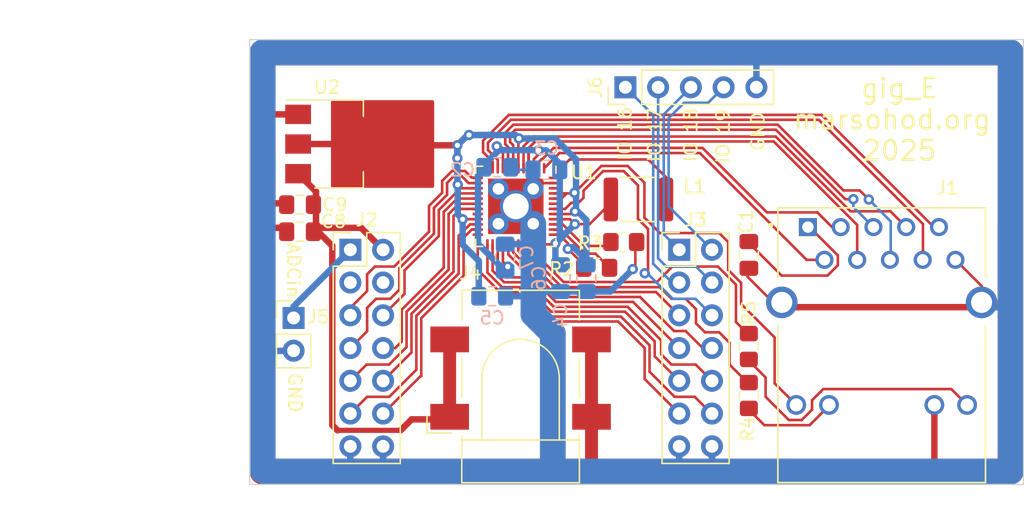
<source format=kicad_pcb>
(kicad_pcb (version 20211014) (generator pcbnew)
  (layers (0 "F.Cu" signal) (31 "B.Cu" signal) (34 "B.Paste" user) (35 "F.Paste" user) (36 "B.SilkS" user "B.Silkscreen") (37 "F.SilkS" user "F.Silkscreen") (38 "B.Mask" user) (39 "F.Mask" user) (44 "Edge.Cuts" user))
  (net 0 "")
  (net 1 "/LED0")
  (net 2 "/0+")
  (net 3 "/0-")
  (net 4 "/1+")
  (net 5 "/2+")
  (net 6 "/2-")
  (net 7 "/1-")
  (net 8 "/LED1")
  (net 9 "Net-(C1-Pad1)")
  (net 11 "/INDUCTOR")
  (net 12 "/3+")
  (net 13 "/3-")
  (net 14 "Net-(R3-Pad2)")
  (net 15 "/ANALOG_IN")
  (net 16 "+5V")
  (net 17 "Net-(R4-Pad2)")
  (net 18 "VCC")
  (net 20 "/IO0")
  (net 21 "/IO1")
  (net 22 "/IO2")
  (net 23 "/IO3")
  (net 24 "Net-(R5-Pad2)")
  (net 30 "/IO4")
  (net 31 "/IO5")
  (net 32 "/IO6")
  (net 33 "/IO7")
  (net 34 "GND")
  (net 35 "/IO18")
  (net 36 "/IO19")
  (net 37 "/IO16")
  (net 38 "/IO17")
  (net 39 "/IO14")
  (net 40 "/IO15")
  (net 41 "/IO12")
  (net 42 "/IO13")
  (net 43 "/IO10")
  (net 44 "/IO11")
  (net 45 "/IO8")
  (net 46 "/IO9")
  (net 47 "/+1v")
  (net 48 "/ENSWREG")
  (footprint "Inductor_SMD:L_1812_4532Metric" (layer "F.Cu") (at 80.1375 127.4 180)
    (fp_text reference "L1")
    (fp_text value "INDUCTOR")
  )
  (footprint "Package_TO_SOT_SMD:SOT-223" (layer "F.Cu") (at 56.9 123.1)
    (fp_text reference "U2")
    (fp_text value "LM1117-3.3")
  )
  (footprint "Connector_PinHeader_2.54mm:PinHeader_1x02_P2.54mm_Vertical" (layer "F.Cu") (at 53.4 136.585)
    (fp_text reference "J5")
    (fp_text value "Conn_01x02_Male")
  )
  (footprint "Connector_PinHeader_2.54mm:PinHeader_2x07_P2.54mm_Vertical" (layer "F.Cu") (at 57.8 131.3)
    (fp_text reference "J2")
    (fp_text value "Conn_02x07_Odd_Even")
  )
  (footprint "Package_DFN_QFN:QFN-48-1EP_6x6mm_P0.4mm_EP4.3x4.3mm" (layer "F.Cu") (at 70.63 127.93 -90)
    (fp_text reference "U1")
    (fp_text value "RTL8211D-VB-GR")
  )
  (footprint "Capacitor_SMD:C_0805_2012Metric_Pad1.18x1.45mm_HandSolder" (layer "F.Cu") (at 53.9 127.8 180)
    (fp_text reference "C9")
    (fp_text value "1uF")
  )
  (footprint "Resistor_SMD:R_0805_2012Metric_Pad1.20x1.40mm_HandSolder" (layer "F.Cu") (at 88.7 142.6 90)
    (fp_text reference "R4")
    (fp_text value "2k")
  )
  (footprint "Capacitor_SMD:C_0805_2012Metric_Pad1.18x1.45mm_HandSolder" (layer "F.Cu") (at 88.7 131.7 -90)
    (fp_text reference "C1")
    (fp_text value "1uF")
  )
  (footprint "Resistor_SMD:R_0805_2012Metric_Pad1.20x1.40mm_HandSolder" (layer "F.Cu") (at 76.9 132.7 180)
    (fp_text reference "R2")
    (fp_text value "2k")
  )
  (footprint "Capacitor_SMD:C_0805_2012Metric_Pad1.18x1.45mm_HandSolder" (layer "F.Cu") (at 53.9 129.9 180)
    (fp_text reference "C8")
    (fp_text value "1uF")
  )
  (footprint "Resistor_SMD:R_0805_2012Metric_Pad1.20x1.40mm_HandSolder" (layer "F.Cu") (at 79 130.7 180)
    (fp_text reference "R3")
    (fp_text value "2k4")
  )
  (footprint "Connector_RJ:HANRUN_HR911130A" (layer "F.Cu") (at 99 138.43 180)
    (fp_text reference "J1")
    (fp_text value "HR911130A")
  )
  (footprint "Connector_PinHeader_2.54mm:PinHeader_1x05_P2.54mm_Vertical" (layer "F.Cu") (at 79.125 118.7 90)
    (fp_text reference "J6")
    (fp_text value "Conn_01x05_Male")
  )
  (footprint "Resistor_SMD:R_0805_2012Metric_Pad1.20x1.40mm_HandSolder" (layer "F.Cu") (at 88.7 138.8 90)
    (fp_text reference "R5")
    (fp_text value "2k")
  )
  (footprint "Connector_BarrelJack:BarrelJack_CLIFF_FC681465S_SMT_Horizontal" (layer "F.Cu") (at 71 141.25 90)
    (fp_text reference "J4")
    (fp_text value "Barrel_Jack_MountingPin")
  )
  (footprint "Connector_PinHeader_2.54mm:PinHeader_2x07_P2.54mm_Vertical" (layer "F.Cu") (at 83.3 131.3)
    (fp_text reference "J3")
    (fp_text value "Conn_02x07_Odd_Even")
  )
  (footprint "Capacitor_SMD:C_0805_2012Metric_Pad1.18x1.45mm_HandSolder" (layer "B.Cu") (at 69.8 131.9 90)
    (fp_text reference "C7")
    (fp_text value "1uF")
  )
  (footprint "Capacitor_SMD:C_0805_2012Metric_Pad1.18x1.45mm_HandSolder" (layer "B.Cu") (at 73 125.1 180)
    (fp_text reference "C3")
    (fp_text value "1uF")
  )
  (footprint "Capacitor_SMD:C_0805_2012Metric_Pad1.18x1.45mm_HandSolder" (layer "B.Cu") (at 76.1 133.5 -90)
    (fp_text reference "C4")
    (fp_text value "1uF")
  )
  (footprint "Capacitor_SMD:C_0805_2012Metric_Pad1.18x1.45mm_HandSolder" (layer "B.Cu") (at 68.8 134.9)
    (fp_text reference "C5")
    (fp_text value "1uF")
  )
  (footprint "Capacitor_SMD:C_0805_2012Metric_Pad1.18x1.45mm_HandSolder" (layer "B.Cu") (at 74.1 133.5 -90)
    (fp_text reference "C6")
    (fp_text value "1uF")
  )
  (footprint "Capacitor_SMD:C_0805_2012Metric_Pad1.18x1.45mm_HandSolder" (layer "B.Cu") (at 69.2 124.9)
    (fp_text reference "C2")
    (fp_text value "1uF")
  )
  (gr_rect (start 50 115) (end 110 149.5) (layer "Edge.Cuts") (width 0.1) (fill none))
  (gr_text "IO 17" (at 81.4 122.4 -270) (layer "F.SilkS") (effects (font (size 1 1))))
  (gr_text "IO 18" (at 84.2 122.4 -270) (layer "F.SilkS") (effects (font (size 1 1))))
  (gr_text "  gig_E \nmarsohod.org\n 2025" (at 99.8 121.2) (layer "F.SilkS") (effects (font (size 1.5 1.5) (thickness 0.2))))
  (gr_text " GND" (at 53.5 142 -90) (layer "F.SilkS") (effects (font (size 1 1))))
  (gr_text "IO 19" (at 86.7 122.5 -270) (layer "F.SilkS") (effects (font (size 1 1))))
  (gr_text "IO 16" (at 79.1 122.3 -270) (layer "F.SilkS") (effects (font (size 1 1))))
  (gr_text " GND" (at 89.4 122.5 -270) (layer "F.SilkS") (effects (font (size 1 1))))
  (gr_text "ADCin" (at 53.4 132.9 -90) (layer "F.SilkS") (effects (font (size 1 1))))
  (segment (start 88.6 143.6) (end 89.9 144.9) (width 0.2) (layer "F.Cu") (net 1))
  (segment (start 93.415 144.9) (end 94.615 143.7) (width 0.2) (layer "F.Cu") (net 1))
  (segment (start 89.9 144.9) (end 93.415 144.9) (width 0.2) (layer "F.Cu") (net 1))
  (segment (start 93.18 132.08) (end 94.56 132.08) (width 0.2) (layer "F.Cu") (net 2))
  (segment (start 84.9 123.8) (end 93.18 132.08) (width 0.2) (layer "F.Cu") (net 2))
  (segment (start 74.01 123.8) (end 84.9 123.8) (width 0.2) (layer "F.Cu") (net 2))
  (segment (start 72.83 124.98) (end 74.01 123.8) (width 0.2) (layer "F.Cu") (net 2))
  (segment (start 73.561666 123.4) (end 85.1 123.4) (width 0.2) (layer "F.Cu") (net 3))
  (segment (start 72.681666 124.28) (end 73.561666 123.4) (width 0.2) (layer "F.Cu") (net 3))
  (segment (start 72.62 124.28) (end 72.681666 124.28) (width 0.2) (layer "F.Cu") (net 3))
  (segment (start 94.01 128.4) (end 95.52 129.91) (width 0.2) (layer "F.Cu") (net 3))
  (segment (start 90.1 128.4) (end 94.01 128.4) (width 0.2) (layer "F.Cu") (net 3))
  (segment (start 72.43 124.98) (end 72.43 124.47) (width 0.2) (layer "F.Cu") (net 3))
  (segment (start 85.1 123.4) (end 90.1 128.4) (width 0.2) (layer "F.Cu") (net 3))
  (segment (start 72.43 124.47) (end 72.62 124.28) (width 0.2) (layer "F.Cu") (net 3))
  (segment (start 71.63 124.98) (end 71.63 123.408334) (width 0.2) (layer "F.Cu") (net 4))
  (segment (start 97.1 129.374804) (end 90.625196 122.9) (width 0.2) (layer "F.Cu") (net 4))
  (segment (start 97.1 132.08) (end 97.1 129.374804) (width 0.2) (layer "F.Cu") (net 4))
  (segment (start 71.63 123.408334) (end 72.138334 122.9) (width 0.2) (layer "F.Cu") (net 4))
  (segment (start 90.625196 122.9) (end 72.138334 122.9) (width 0.2) (layer "F.Cu") (net 4))
  (segment (start 72.138334 122.9) (end 71.61 123.428334) (width 0.2) (layer "F.Cu") (net 4))
  (segment (start 71.61 123.428334) (end 71.61 125) (width 0.2) (layer "F.Cu") (net 4))
  (segment (start 96.1795 127.3795) (end 90.789986 121.989986) (width 0.2) (layer "F.Cu") (net 5))
  (segment (start 70.58832 121.989986) (end 90.789986 121.989986) (width 0.2) (layer "F.Cu") (net 5))
  (segment (start 70.43 124.98) (end 70.43 123.191666) (width 0.2) (layer "F.Cu") (net 5))
  (segment (start 70.189986 122.951652) (end 70.189986 122.38832) (width 0.2) (layer "F.Cu") (net 5))
  (segment (start 70.189986 122.38832) (end 70.58832 121.989986) (width 0.2) (layer "F.Cu") (net 5))
  (segment (start 70.43 123.191666) (end 70.189986 122.951652) (width 0.2) (layer "F.Cu") (net 5))
  (segment (start 96.8 127.3795) (end 96.1795 127.3795) (width 0.2) (layer "F.Cu") (net 5))
  (via (at 96.8 127.3795) (size 0.8) (drill 0.4) (layers "F.Cu" "B.Cu") (net 5))
  (segment (start 98.36 129.54) (end 96.8 127.98) (width 0.2) (layer "B.Cu") (net 5))
  (segment (start 96.8 127.98) (end 96.8 127.3795) (width 0.2) (layer "B.Cu") (net 5))
  (segment (start 90.937402 121.6) (end 70.440904 121.6) (width 0.2) (layer "F.Cu") (net 6))
  (segment (start 69.809986 122.230918) (end 69.809986 123.109054) (width 0.2) (layer "F.Cu") (net 6))
  (segment (start 70.03 123.329068) (end 70.03 124.98) (width 0.2) (layer "F.Cu") (net 6))
  (segment (start 69.809986 123.109054) (end 70.03 123.329068) (width 0.2) (layer "F.Cu") (net 6))
  (segment (start 70.440904 121.6) (end 69.809986 122.230918) (width 0.2) (layer "F.Cu") (net 6))
  (segment (start 97.3 126.7) (end 96.037402 126.7) (width 0.2) (layer "F.Cu") (net 6))
  (segment (start 96.037402 126.7) (end 90.937402 121.6) (width 0.2) (layer "F.Cu") (net 6))
  (segment (start 98 127.4) (end 97.3 126.7) (width 0.2) (layer "F.Cu") (net 6))
  (via (at 98 127.4) (size 0.8) (drill 0.4) (layers "F.Cu" "B.Cu") (net 6))
  (segment (start 98 127.4) (end 99.7 129.1) (width 0.2) (layer "B.Cu") (net 6))
  (segment (start 99.7 129.1) (end 99.7 132.09) (width 0.2) (layer "B.Cu") (net 6))
  (segment (start 99.678258 128.318258) (end 96.580856 128.318258) (width 0.2) (layer "F.Cu") (net 7))
  (segment (start 100.9 129.54) (end 99.678258 128.318258) (width 0.2) (layer "F.Cu") (net 7))
  (segment (start 96.580856 128.318258) (end 90.782598 122.52) (width 0.2) (layer "F.Cu") (net 7))
  (segment (start 90.782598 122.52) (end 71.980933 122.52) (width 0.2) (layer "F.Cu") (net 7))
  (segment (start 71.23 123.270932) (end 71.23 124.98) (width 0.2) (layer "F.Cu") (net 7))
  (segment (start 71.980933 122.52) (end 71.23 123.270932) (width 0.2) (layer "F.Cu") (net 7))
  (segment (start 92.8 144.5) (end 93.6 143.7) (width 0.2) (layer "F.Cu") (net 8))
  (segment (start 93.6 142.967146) (end 94.467146 142.1) (width 0.2) (layer "F.Cu") (net 8))
  (segment (start 94.467146 142.1) (end 104.395 142.1) (width 0.2) (layer "F.Cu") (net 8))
  (segment (start 88.6 139.8) (end 90 141.2) (width 0.2) (layer "F.Cu") (net 8))
  (segment (start 104.395 142.1) (end 105.625 143.33) (width 0.2) (layer "F.Cu") (net 8))
  (segment (start 91.8 144.5) (end 92.8 144.5) (width 0.2) (layer "F.Cu") (net 8))
  (segment (start 93.6 143.7) (end 93.6 142.967146) (width 0.2) (layer "F.Cu") (net 8))
  (segment (start 90 141.2) (end 90 142.7) (width 0.2) (layer "F.Cu") (net 8))
  (segment (start 90 142.7) (end 91.8 144.5) (width 0.2) (layer "F.Cu") (net 8))
  (segment (start 94.8 133.3) (end 91.2375 133.3) (width 0.2) (layer "F.Cu") (net 9))
  (segment (start 95.6 131.735484) (end 95.6 132.5) (width 0.2) (layer "F.Cu") (net 9))
  (segment (start 92.98 129.91) (end 93.774516 129.91) (width 0.2) (layer "F.Cu") (net 9))
  (segment (start 91.2375 133.3) (end 88.6 130.6625) (width 0.2) (layer "F.Cu") (net 9))
  (segment (start 95.6 132.5) (end 94.8 133.3) (width 0.2) (layer "F.Cu") (net 9))
  (segment (start 93.774516 129.91) (end 95.6 131.735484) (width 0.2) (layer "F.Cu") (net 9))
  (segment (start 74.8 124.3) (end 80.9 124.3) (width 0.2) (layer "F.Cu") (net 11))
  (segment (start 73.58 125.73) (end 73.58 125.52) (width 0.2) (layer "F.Cu") (net 11))
  (segment (start 73.58 125.52) (end 74.8 124.3) (width 0.2) (layer "F.Cu") (net 11))
  (segment (start 82.275 125.675) (end 82.275 127.4) (width 0.2) (layer "F.Cu") (net 11))
  (segment (start 80.9 124.3) (end 82.275 125.675) (width 0.2) (layer "F.Cu") (net 11))
  (segment (start 69.23 124.33) (end 68.47155 123.57155) (width 0.2) (layer "F.Cu") (net 12))
  (segment (start 68.47155 123.57155) (end 68.47155 122.995266) (width 0.2) (layer "F.Cu") (net 12))
  (segment (start 70.246816 121.22) (end 94.12 121.22) (width 0.2) (layer "F.Cu") (net 12))
  (segment (start 68.47155 122.995266) (end 70.246816 121.22) (width 0.2) (layer "F.Cu") (net 12))
  (segment (start 69.23 124.98) (end 69.23 124.33) (width 0.2) (layer "F.Cu") (net 12))
  (segment (start 102.2 129.3) (end 102.2 132.13) (width 0.2) (layer "F.Cu") (net 12))
  (segment (start 94.12 121.22) (end 102.2 129.3) (width 0.2) (layer "F.Cu") (net 12))
  (segment (start 68.09155 122.837865) (end 70.089415 120.84) (width 0.2) (layer "F.Cu") (net 13))
  (segment (start 94.34 120.84) (end 102.8 129.3) (width 0.2) (layer "F.Cu") (net 13))
  (segment (start 68.83 124.98) (end 68.83 124.467402) (width 0.2) (layer "F.Cu") (net 13))
  (segment (start 68.83 124.467402) (end 68.09155 123.728952) (width 0.2) (layer "F.Cu") (net 13))
  (segment (start 68.09155 123.728952) (end 68.09155 122.837865) (width 0.2) (layer "F.Cu") (net 13))
  (segment (start 70.089415 120.84) (end 94.34 120.84) (width 0.2) (layer "F.Cu") (net 13))
  (segment (start 73.58 129.33) (end 74.267402 129.33) (width 0.2) (layer "F.Cu") (net 14))
  (segment (start 75.937402 131) (end 77.6 131) (width 0.2) (layer "F.Cu") (net 14))
  (segment (start 74.267402 129.33) (end 75.937402 131) (width 0.2) (layer "F.Cu") (net 14))
  (segment (start 57.8 131.3) (end 53.4 135.7) (width 0.5) (layer "B.Cu") (net 15))
  (segment (start 53.4 135.7) (end 53.4 136.585) (width 0.5) (layer "B.Cu") (net 15))
  (segment (start 62.55 144.45) (end 65.5 144.45) (width 0.5) (layer "F.Cu") (net 16))
  (segment (start 58.64 129.6) (end 60.34 131.3) (width 0.5) (layer "F.Cu") (net 16))
  (segment (start 55.1375 129.6) (end 58.64 129.6) (width 0.5) (layer "F.Cu") (net 16))
  (segment (start 56.8 145.3) (end 61.7 145.3) (width 0.4) (layer "F.Cu") (net 16))
  (segment (start 55.1375 129.6) (end 55.1375 129.7375) (width 0.5) (layer "F.Cu") (net 16))
  (segment (start 53.75 125.4) (end 55.1375 126.7875) (width 0.5) (layer "F.Cu") (net 16))
  (segment (start 56.4 131) (end 56.4 144.9) (width 0.5) (layer "F.Cu") (net 16))
  (segment (start 65.5 138.45) (end 65.5 144.45) (width 1) (layer "F.Cu") (net 16))
  (segment (start 61.7 145.3) (end 62.55 144.45) (width 0.5) (layer "F.Cu") (net 16))
  (segment (start 55.1375 129.7375) (end 56.4 131) (width 0.5) (layer "F.Cu") (net 16))
  (segment (start 55.1375 127.7) (end 55.1375 129.6) (width 0.5) (layer "F.Cu") (net 16))
  (segment (start 56.4 144.9) (end 56.8 145.3) (width 0.5) (layer "F.Cu") (net 16))
  (segment (start 55.1375 126.7875) (end 55.1375 127.7) (width 0.5) (layer "F.Cu") (net 16))
  (segment (start 82.7 135.1) (end 83.8 135.1) (width 0.2) (layer "F.Cu") (net 17))
  (segment (start 87.2 138.5) (end 87.2 140.2) (width 0.2) (layer "F.Cu") (net 17))
  (segment (start 84.6 137) (end 85.3 137.7) (width 0.2) (layer "F.Cu") (net 17))
  (segment (start 72.03 130.88) (end 72.03 132.032597) (width 0.2) (layer "F.Cu") (net 17))
  (segment (start 84.6 135.9) (end 84.6 137) (width 0.2) (layer "F.Cu") (net 17))
  (segment (start 72.03 132.032597) (end 74.197403 134.2) (width 0.2) (layer "F.Cu") (net 17))
  (segment (start 87.2 140.2) (end 88.6 141.6) (width 0.2) (layer "F.Cu") (net 17))
  (segment (start 85.3 137.7) (end 86.4 137.7) (width 0.2) (layer "F.Cu") (net 17))
  (segment (start 83.8 135.1) (end 84.6 135.9) (width 0.2) (layer "F.Cu") (net 17))
  (segment (start 81.8 134.2) (end 82.7 135.1) (width 0.2) (layer "F.Cu") (net 17))
  (segment (start 86.4 137.7) (end 87.2 138.5) (width 0.2) (layer "F.Cu") (net 17))
  (segment (start 74.197403 134.2) (end 81.8 134.2) (width 0.2) (layer "F.Cu") (net 17))
  (segment (start 79.3 124.8) (end 80.6 126.1) (width 0.2) (layer "F.Cu") (net 18))
  (segment (start 66.1 123.2) (end 66.9 122.4) (width 0.5) (layer "F.Cu") (net 18))
  (segment (start 73.58 128.53) (end 75.020497 128.53) (width 0.2) (layer "F.Cu") (net 18))
  (segment (start 58.3 123.1) (end 53.75 123.1) (width 0.5) (layer "F.Cu") (net 18))
  (segment (start 90.7 141.655) (end 92.375 143.33) (width 0.2) (layer "F.Cu") (net 18))
  (segment (start 73.58 126.93) (end 74.57 126.93) (width 0.2) (layer "F.Cu") (net 18))
  (segment (start 74.66952 131.23048) (end 74.66952 130.806922) (width 0.2) (layer "F.Cu") (net 18))
  (segment (start 74.57 126.93) (end 75.132598 126.93) (width 0.2) (layer "F.Cu") (net 18))
  (segment (start 66.6 129) (end 66.535119 128.935119) (width 0.2) (layer "F.Cu") (net 18))
  (segment (start 61.7 123.2) (end 61.7 125.6) (width 0.5) (layer "F.Cu") (net 18))
  (segment (start 90.7 138.1) (end 90.7 141.655) (width 0.2) (layer "F.Cu") (net 18))
  (segment (start 75.181299 126.881299) (end 77.262598 124.8) (width 0.2) (layer "F.Cu") (net 18))
  (segment (start 88.1 133.862598) (end 88.1 135.5) (width 0.2) (layer "F.Cu") (net 18))
  (segment (start 75.9 132.7) (end 75.9 132.46096) (width 0.2) (layer "F.Cu") (net 18))
  (segment (start 67.68 128.93) (end 66.67 128.93) (width 0.2) (layer "F.Cu") (net 18))
  (segment (start 75.020497 128.53) (end 75.218885 128.331612) (width 0.2) (layer "F.Cu") (net 18))
  (segment (start 87.1 132.862598) (end 88.1 133.862598) (width 0.2) (layer "F.Cu") (net 18))
  (segment (start 80.6 126.1) (end 80.6 128.8) (width 0.2) (layer "F.Cu") (net 18))
  (segment (start 87.1 130.7) (end 87.1 132.862598) (width 0.2) (layer "F.Cu") (net 18))
  (segment (start 80.6 128.8) (end 81.8 130) (width 0.2) (layer "F.Cu") (net 18))
  (segment (start 74.66952 130.806922) (end 73.992598 130.13) (width 0.2) (layer "F.Cu") (net 18))
  (segment (start 70.83 122.709972) (end 70.83 124.98) (width 0.2) (layer "F.Cu") (net 18))
  (segment (start 66.406426 126.53) (end 67.68 126.53) (width 0.2) (layer "F.Cu") (net 18))
  (segment (start 88.1 135.5) (end 90.7 138.1) (width 0.2) (layer "F.Cu") (net 18))
  (segment (start 81.8 130) (end 86.4 130) (width 0.2) (layer "F.Cu") (net 18))
  (segment (start 75.132598 126.93) (end 75.181299 126.881299) (width 0.2) (layer "F.Cu") (net 18))
  (segment (start 61.7 123.2) (end 66.1 123.2) (width 0.5) (layer "F.Cu") (net 18))
  (segment (start 66.1 123.2) (end 66.1 124.2) (width 0.5) (layer "F.Cu") (net 18))
  (segment (start 58.4 125.6) (end 58.4 123.2) (width 0.5) (layer "F.Cu") (net 18))
  (segment (start 66.67 128.93) (end 66.6 129) (width 0.2) (layer "F.Cu") (net 18))
  (segment (start 77.262598 124.8) (end 79.3 124.8) (width 0.2) (layer "F.Cu") (net 18))
  (segment (start 66.126926 126.2505) (end 66.406426 126.53) (width 0.2) (layer "F.Cu") (net 18))
  (segment (start 74.17 127.33) (end 74.57 126.93) (width 0.2) (layer "F.Cu") (net 18))
  (segment (start 58.4 123.2) (end 58.3 123.1) (width 0.5) (layer "F.Cu") (net 18))
  (segment (start 75.9 132.46096) (end 74.66952 131.23048) (width 0.2) (layer "F.Cu") (net 18))
  (segment (start 66.535119 128.935119) (end 66.50983 128.935119) (width 0.2) (layer "F.Cu") (net 18))
  (segment (start 86.4 130) (end 87.1 130.7) (width 0.2) (layer "F.Cu") (net 18))
  (segment (start 70.869986 122.669986) (end 70.83 122.709972) (width 0.2) (layer "F.Cu") (net 18))
  (segment (start 73.58 127.33) (end 74.17 127.33) (width 0.2) (layer "F.Cu") (net 18))
  (segment (start 73.992598 130.13) (end 73.58 130.13) (width 0.2) (layer "F.Cu") (net 18))
  (segment (start 61.7 125.6) (end 58.4 125.6) (width 0.5) (layer "F.Cu") (net 18))
  (via (at 66.1 123.2) (size 0.8) (drill 0.4) (layers "F.Cu" "B.Cu") (net 18))
  (via (at 75.218885 128.331612) (size 0.8) (drill 0.4) (layers "F.Cu" "B.Cu") (net 18))
  (via (at 66.1 124.2) (size 0.8) (drill 0.4) (layers "F.Cu" "B.Cu") (net 18))
  (via (at 75.181299 126.881299) (size 0.8) (drill 0.4) (layers "F.Cu" "B.Cu") (net 18))
  (via (at 66.126926 126.2505) (size 0.8) (drill 0.4) (layers "F.Cu" "B.Cu") (net 18))
  (via (at 74.66952 131.23048) (size 0.8) (drill 0.4) (layers "F.Cu" "B.Cu") (net 18))
  (via (at 66.50983 128.935119) (size 0.8) (drill 0.4) (layers "F.Cu" "B.Cu") (net 18))
  (via (at 70.869986 122.669986) (size 0.8) (drill 0.4) (layers "F.Cu" "B.Cu") (net 18))
  (via (at 67 122.4) (size 0.8) (drill 0.4) (layers "F.Cu" "B.Cu") (net 18))
  (segment (start 66.126926 128.552215) (end 66.50983 128.935119) (width 0.5) (layer "B.Cu") (net 18))
  (segment (start 75.431612 128.331612) (end 75.218885 128.331612) (width 0.5) (layer "B.Cu") (net 18))
  (segment (start 75.1 131.1) (end 74.8 131.1) (width 0.5) (layer "B.Cu") (net 18))
  (segment (start 66.9 122.4) (end 70.6 122.4) (width 0.5) (layer "B.Cu") (net 18))
  (segment (start 70.6 122.4) (end 70.869986 122.669986) (width 0.5) (layer "B.Cu") (net 18))
  (segment (start 66.1 126.223574) (end 66.126926 126.2505) (width 0.5) (layer "B.Cu") (net 18))
  (segment (start 76.1 132.4625) (end 76.1 129) (width 0.5) (layer "B.Cu") (net 18))
  (segment (start 71.669986 122.669986) (end 70.869986 122.669986) (width 0.5) (layer "B.Cu") (net 18))
  (segment (start 74.8 131.1) (end 74.66952 131.23048) (width 0.5) (layer "B.Cu") (net 18))
  (segment (start 73.669986 122.669986) (end 71.669986 122.669986) (width 0.5) (layer "B.Cu") (net 18))
  (segment (start 75.3 128.250497) (end 75.3 124.3) (width 0.5) (layer "B.Cu") (net 18))
  (segment (start 66.50983 130.90983) (end 66.50983 128.935119) (width 0.5) (layer "B.Cu") (net 18))
  (segment (start 66.1 124.1) (end 66.1 126.223574) (width 0.5) (layer "B.Cu") (net 18))
  (segment (start 76.1 132.1) (end 75.1 131.1) (width 0.5) (layer "B.Cu") (net 18))
  (segment (start 66.1 123.2) (end 66.9 122.4) (width 0.5) (layer "B.Cu") (net 18))
  (segment (start 76.1 129) (end 75.431612 128.331612) (width 0.5) (layer "B.Cu") (net 18))
  (segment (start 67.7625 134.9) (end 67.7625 132.1625) (width 0.5) (layer "B.Cu") (net 18))
  (segment (start 67.7625 132.1625) (end 66.50983 130.90983) (width 0.5) (layer "B.Cu") (net 18))
  (segment (start 76.1 132.4625) (end 76.1 132.1) (width 0.5) (layer "B.Cu") (net 18))
  (segment (start 66.1 123.2) (end 66.1 124.1) (width 0.5) (layer "B.Cu") (net 18))
  (segment (start 66.126926 128.552215) (end 66.126926 126.2505) (width 0.5) (layer "B.Cu") (net 18))
  (segment (start 75.218885 128.331612) (end 75.3 128.250497) (width 0.5) (layer "B.Cu") (net 18))
  (segment (start 75.3 124.3) (end 73.669986 122.669986) (width 0.5) (layer "B.Cu") (net 18))
  (segment (start 67.2 125.7) (end 66.6905 125.1905) (width 0.2) (layer "F.Cu") (net 20))
  (segment (start 67.65 125.7) (end 67.2 125.7) (width 0.2) (layer "F.Cu") (net 20))
  (segment (start 63.9 129.9) (end 61.2 132.6) (width 0.2) (layer "F.Cu") (net 20))
  (segment (start 65.687858 125.1905) (end 64.92 125.958359) (width 0.2) (layer "F.Cu") (net 20))
  (segment (start 57.8 135.8) (end 57.8 136.38) (width 0.2) (layer "F.Cu") (net 20))
  (segment (start 63.9 127.896275) (end 63.9 129.9) (width 0.2) (layer "F.Cu") (net 20))
  (segment (start 59.701938 132.6) (end 59.1 133.201938) (width 0.2) (layer "F.Cu") (net 20))
  (segment (start 64.92 126.876275) (end 63.9 127.896275) (width 0.2) (layer "F.Cu") (net 20))
  (segment (start 64.92 125.958359) (end 64.92 126.876275) (width 0.2) (layer "F.Cu") (net 20))
  (segment (start 61.2 132.6) (end 59.701938 132.6) (width 0.2) (layer "F.Cu") (net 20))
  (segment (start 59.1 134.5) (end 57.8 135.8) (width 0.2) (layer "F.Cu") (net 20))
  (segment (start 59.1 133.201938) (end 59.1 134.5) (width 0.2) (layer "F.Cu") (net 20))
  (segment (start 66.6905 125.1905) (end 65.687858 125.1905) (width 0.2) (layer "F.Cu") (net 20))
  (segment (start 67.68 125.73) (end 67.65 125.7) (width 0.2) (layer "F.Cu") (net 20))
  (segment (start 67.68 126.93) (end 65.941079 126.93) (width 0.2) (layer "F.Cu") (net 21))
  (segment (start 64.66 130.24) (end 62 132.9) (width 0.2) (layer "F.Cu") (net 21))
  (segment (start 62 134.72) (end 60.34 136.38) (width 0.2) (layer "F.Cu") (net 21))
  (segment (start 62 132.9) (end 62 134.72) (width 0.2) (layer "F.Cu") (net 21))
  (segment (start 64.66 128.211079) (end 64.66 130.24) (width 0.2) (layer "F.Cu") (net 21))
  (segment (start 65.941079 126.93) (end 64.66 128.211079) (width 0.2) (layer "F.Cu") (net 21))
  (segment (start 66.968092 126.13) (end 66.408592 125.5705) (width 0.2) (layer "F.Cu") (net 22))
  (segment (start 65.3 126.11576) (end 65.3 127.033677) (width 0.2) (layer "F.Cu") (net 22))
  (segment (start 61.6 132.737402) (end 61.6 134.4) (width 0.2) (layer "F.Cu") (net 22))
  (segment (start 60.9 135.1) (end 59.8 135.1) (width 0.2) (layer "F.Cu") (net 22))
  (segment (start 64.28 128.053678) (end 64.28 130.057402) (width 0.2) (layer "F.Cu") (net 22))
  (segment (start 59.1 135.8) (end 59.1 137.62) (width 0.2) (layer "F.Cu") (net 22))
  (segment (start 61.6 134.4) (end 60.9 135.1) (width 0.2) (layer "F.Cu") (net 22))
  (segment (start 59.8 135.1) (end 59.1 135.8) (width 0.2) (layer "F.Cu") (net 22))
  (segment (start 64.28 130.057402) (end 61.6 132.737402) (width 0.2) (layer "F.Cu") (net 22))
  (segment (start 66.408592 125.5705) (end 65.84526 125.5705) (width 0.2) (layer "F.Cu") (net 22))
  (segment (start 59.1 137.62) (end 57.8 138.92) (width 0.2) (layer "F.Cu") (net 22))
  (segment (start 65.3 127.033677) (end 64.28 128.053678) (width 0.2) (layer "F.Cu") (net 22))
  (segment (start 65.84526 125.5705) (end 65.3 126.11576) (width 0.2) (layer "F.Cu") (net 22))
  (segment (start 67.68 126.13) (end 66.968092 126.13) (width 0.2) (layer "F.Cu") (net 22))
  (segment (start 61.78 135.947794) (end 61.78 138.42) (width 0.2) (layer "F.Cu") (net 23))
  (segment (start 65.04 132.687794) (end 61.78 135.947794) (width 0.2) (layer "F.Cu") (net 23))
  (segment (start 61.78 138.42) (end 61.28 138.92) (width 0.2) (layer "F.Cu") (net 23))
  (segment (start 67.68 127.33) (end 66.07848 127.33) (width 0.2) (layer "F.Cu") (net 23))
  (segment (start 66.07848 127.33) (end 65.04 128.36848) (width 0.2) (layer "F.Cu") (net 23))
  (segment (start 61.28 138.92) (end 60.34 138.92) (width 0.2) (layer "F.Cu") (net 23))
  (segment (start 65.04 128.36848) (end 65.04 132.687794) (width 0.2) (layer "F.Cu") (net 23))
  (segment (start 81.570969 133.8) (end 82.770969 132.6) (width 0.2) (layer "F.Cu") (net 24))
  (segment (start 87.7 134) (end 87.7 136.9) (width 0.2) (layer "F.Cu") (net 24))
  (segment (start 72.43 130.88) (end 72.43 131.895195) (width 0.2) (layer "F.Cu") (net 24))
  (segment (start 82.770969 132.6) (end 86.3 132.6) (width 0.2) (layer "F.Cu") (net 24))
  (segment (start 87.7 136.9) (end 88.6 137.8) (width 0.2) (layer "F.Cu") (net 24))
  (segment (start 72.43 131.895195) (end 74.334805 133.8) (width 0.2) (layer "F.Cu") (net 24))
  (segment (start 74.334805 133.8) (end 81.570969 133.8) (width 0.2) (layer "F.Cu") (net 24))
  (segment (start 86.3 132.6) (end 87.7 134) (width 0.2) (layer "F.Cu") (net 24))
  (segment (start 67.68 127.73) (end 66.215881 127.73) (width 0.2) (layer "F.Cu") (net 30))
  (segment (start 59.06 140.2) (end 57.8 141.46) (width 0.2) (layer "F.Cu") (net 30))
  (segment (start 62.16 138.84) (end 60.8 140.2) (width 0.2) (layer "F.Cu") (net 30))
  (segment (start 60.8 140.2) (end 59.06 140.2) (width 0.2) (layer "F.Cu") (net 30))
  (segment (start 65.42 132.845196) (end 62.16 136.105196) (width 0.2) (layer "F.Cu") (net 30))
  (segment (start 62.16 136.105196) (end 62.16 138.84) (width 0.2) (layer "F.Cu") (net 30))
  (segment (start 66.215881 127.73) (end 65.42 128.525881) (width 0.2) (layer "F.Cu") (net 30))
  (segment (start 65.42 128.525881) (end 65.42 132.845196) (width 0.2) (layer "F.Cu") (net 30))
  (segment (start 67.68 128.13) (end 66.353283 128.13) (width 0.2) (layer "F.Cu") (net 31))
  (segment (start 62.54 136.262598) (end 62.54 139.26) (width 0.2) (layer "F.Cu") (net 31))
  (segment (start 62.54 139.26) (end 60.34 141.46) (width 0.2) (layer "F.Cu") (net 31))
  (segment (start 65.8 133.002598) (end 62.54 136.262598) (width 0.2) (layer "F.Cu") (net 31))
  (segment (start 65.8 128.683283) (end 65.8 133.002598) (width 0.2) (layer "F.Cu") (net 31))
  (segment (start 66.353283 128.13) (end 65.8 128.683283) (width 0.2) (layer "F.Cu") (net 31))
  (segment (start 66.2 130.205908) (end 66.2 133.14) (width 0.2) (layer "F.Cu") (net 32))
  (segment (start 62.92 140.6) (end 60.82 142.7) (width 0.2) (layer "F.Cu") (net 32))
  (segment (start 62.92 136.42) (end 62.92 140.6) (width 0.2) (layer "F.Cu") (net 32))
  (segment (start 60.82 142.7) (end 59.1 142.7) (width 0.2) (layer "F.Cu") (net 32))
  (segment (start 66.2 133.14) (end 62.92 136.42) (width 0.2) (layer "F.Cu") (net 32))
  (segment (start 59.1 142.7) (end 57.8 144) (width 0.2) (layer "F.Cu") (net 32))
  (segment (start 67.68 129.33) (end 67.075908 129.33) (width 0.2) (layer "F.Cu") (net 32))
  (segment (start 67.075908 129.33) (end 66.2 130.205908) (width 0.2) (layer "F.Cu") (net 32))
  (segment (start 66.58 133.32) (end 63.3 136.6) (width 0.2) (layer "F.Cu") (net 33))
  (segment (start 63.24 141.1) (end 60.34 144) (width 0.2) (layer "F.Cu") (net 33))
  (segment (start 66.58 130.36331) (end 66.58 133.32) (width 0.2) (layer "F.Cu") (net 33))
  (segment (start 63.3 136.6) (end 63.3 141.1) (width 0.2) (layer "F.Cu") (net 33))
  (segment (start 67.68 129.73) (end 67.21331 129.73) (width 0.2) (layer "F.Cu") (net 33))
  (segment (start 67.21331 129.73) (end 66.58 130.36331) (width 0.2) (layer "F.Cu") (net 33))
  (segment (start 63.3 141.1) (end 63.24 141.1) (width 0.2) (layer "F.Cu") (net 33))
  (segment (start 90.955 135.75) (end 106.445 135.75) (width 0.5) (layer "F.Cu") (net 34))
  (segment (start 51 116) (end 109 116) (width 2) (layer "F.Cu") (net 34))
  (segment (start 73.58 126.13) (end 72.43 126.13) (width 0.2) (layer "F.Cu") (net 34))
  (segment (start 109 148.5) (end 109 129.4) (width 2) (layer "F.Cu") (net 34))
  (segment (start 104.72 132.08) (end 106.745 134.105) (width 0.2) (layer "F.Cu") (net 34))
  (segment (start 88.6 133.395) (end 90.955 135.75) (width 0.2) (layer "F.Cu") (net 34))
  (segment (start 103.085 148.285) (end 103.3 148.5) (width 0.5) (layer "F.Cu") (net 34))
  (segment (start 79.9 132.6) (end 79.7 132.8) (width 0.2) (layer "F.Cu") (net 34))
  (segment (start 51.1 120.8) (end 51 120.9) (width 0.5) (layer "F.Cu") (net 34))
  (segment (start 76.5 138.45) (end 76.5 144.45) (width 1) (layer "F.Cu") (net 34))
  (segment (start 106.745 134.105) (end 106.745 135.45) (width 0.2) (layer "F.Cu") (net 34))
  (segment (start 85.84 148.36) (end 85.7 148.5) (width 0.5) (layer "F.Cu") (net 34))
  (segment (start 60.6 148.5) (end 76.5 148.5) (width 2) (layer "F.Cu") (net 34))
  (segment (start 103.3 148.5) (end 109 148.5) (width 2) (layer "F.Cu") (net 34))
  (segment (start 79.9 131) (end 79.9 132.6) (width 0.2) (layer "F.Cu") (net 34))
  (segment (start 72.43 126.13) (end 71.98 126.58) (width 0.2) (layer "F.Cu") (net 34))
  (segment (start 51.6 129.6) (end 51 130.2) (width 0.5) (layer "F.Cu") (net 34))
  (segment (start 76.5 148.5) (end 83.2 148.5) (width 2) (layer "F.Cu") (net 34))
  (segment (start 53.75 120.8) (end 51.1 120.8) (width 0.5) (layer "F.Cu") (net 34))
  (segment (start 76.5 144.45) (end 76.5 148.5) (width 1) (layer "F.Cu") (net 34))
  (segment (start 103.085 143.33) (end 103.085 148.285) (width 0.5) (layer "F.Cu") (net 34))
  (segment (start 51 130.2) (end 51 127.2) (width 2) (layer "F.Cu") (net 34))
  (segment (start 85.7 148.5) (end 103.3 148.5) (width 2) (layer "F.Cu") (net 34))
  (segment (start 88.6 133.395) (end 88.6 132.7375) (width 0.2) (layer "F.Cu") (net 34))
  (segment (start 60.34 148.24) (end 60.6 148.5) (width 0.5) (layer "F.Cu") (net 34))
  (segment (start 53.0625 129.6) (end 51.6 129.6) (width 0.5) (layer "F.Cu") (net 34))
  (segment (start 106.445 135.75) (end 108.75 135.75) (width 0.5) (layer "F.Cu") (net 34))
  (segment (start 57.8 146.54) (end 57.8 148.5) (width 0.5) (layer "F.Cu") (net 34))
  (segment (start 60.34 146.54) (end 60.34 148.24) (width 0.5) (layer "F.Cu") (net 34))
  (segment (start 51 120.9) (end 51 116) (width 2) (layer "F.Cu") (net 34))
  (segment (start 83.2 148.5) (end 85.7 148.5) (width 2) (layer "F.Cu") (net 34))
  (segment (start 51 148.5) (end 57.8 148.5) (width 2) (layer "F.Cu") (net 34))
  (segment (start 83.3 146.54) (end 83.3 148.4) (width 0.5) (layer "F.Cu") (net 34))
  (segment (start 53.0625 127.7) (end 51.5 127.7) (width 0.5) (layer "F.Cu") (net 34))
  (segment (start 106.745 135.45) (end 106.445 135.75) (width 0.2) (layer "F.Cu") (net 34))
  (segment (start 109 116) (end 109 129.4) (width 2) (layer "F.Cu") (net 34))
  (segment (start 51 127.2) (end 51 123.8) (width 2) (layer "F.Cu") (net 34))
  (segment (start 51.5 127.7) (end 51 127.2) (width 0.5) (layer "F.Cu") (net 34))
  (segment (start 51 123.8) (end 51 148.5) (width 2) (layer "F.Cu") (net 34))
  (segment (start 57.8 148.5) (end 60.6 148.5) (width 2) (layer "F.Cu") (net 34))
  (segment (start 109 129.4) (end 109 135.5) (width 2) (layer "F.Cu") (net 34))
  (segment (start 51 123.8) (end 51 120.9) (width 2) (layer "F.Cu") (net 34))
  (segment (start 85.84 146.54) (end 85.84 148.36) (width 0.5) (layer "F.Cu") (net 34))
  (segment (start 83.3 148.4) (end 83.2 148.5) (width 0.5) (layer "F.Cu") (net 34))
  (segment (start 108.75 135.75) (end 109 135.5) (width 0.2) (layer "F.Cu") (net 34))
  (via (at 79.7 132.8) (size 0.8) (drill 0.4) (layers "F.Cu" "B.Cu") (net 34))
  (segment (start 71.7 134.9) (end 72 134.6) (width 0.5) (layer "B.Cu") (net 34))
  (segment (start 108.95 135.75) (end 106.445 135.75) (width 0.5) (layer "B.Cu") (net 34))
  (segment (start 60.34 146.54) (end 60.34 148.24) (width 0.5) (layer "B.Cu") (net 34))
  (segment (start 70.3375 125.1) (end 70.2375 125) (width 0.2) (layer "B.Cu") (net 34))
  (segment (start 71.518542 130.8625) (end 71.98 131.323958) (width 0.5) (layer "B.Cu") (net 34))
  (segment (start 83.3 148) (end 83.8 148.5) (width 0.5) (layer "B.Cu") (net 34))
  (segment (start 109 116) (end 89.5 116) (width 2) (layer "B.Cu") (net 34))
  (segment (start 73.5 137.8) (end 72 136.3) (width 2) (layer "B.Cu") (net 34))
  (segment (start 51.1 148.4) (end 51.2 148.5) (width 2) (layer "B.Cu") (net 34))
  (segment (start 76.1 134.5375) (end 74.1 134.5375) (width 0.5) (layer "B.Cu") (net 34))
  (segment (start 71.98 125.1175) (end 71.9625 125.1) (width 0.2) (layer "B.Cu") (net 34))
  (segment (start 51.2 148.5) (end 58.5 148.5) (width 2) (layer "B.Cu") (net 34))
  (segment (start 72 136.3) (end 72 134.6) (width 2) (layer "B.Cu") (net 34))
  (segment (start 70.63 127.93) (end 71.98 126.58) (width 0.5) (layer "B.Cu") (net 34))
  (segment (start 77.9625 134.5375) (end 79.7 132.8) (width 0.5) (layer "B.Cu") (net 34))
  (segment (start 71.98 126.58) (end 71.98 125.1175) (width 0.2) (layer "B.Cu") (net 34))
  (segment (start 89.5 116) (end 51.1 116) (width 2) (layer "B.Cu") (net 34))
  (segment (start 57.8 147.8) (end 58.5 148.5) (width 0.5) (layer "B.Cu") (net 34))
  (segment (start 71.98 131.323958) (end 71.98 129.28) (width 2) (layer "B.Cu") (net 34))
  (segment (start 70.63 127.93) (end 71.98 129.28) (width 0.5) (layer "B.Cu") (net 34))
  (segment (start 89.285 116.215) (end 89.5 116) (width 0.5) (layer "B.Cu") (net 34))
  (segment (start 74.1 134.5375) (end 72.0625 134.5375) (width 0.5) (layer "B.Cu") (net 34))
  (segment (start 85.84 146.54) (end 85.84 148.14) (width 0.5) (layer "B.Cu") (net 34))
  (segment (start 73.5 148.2) (end 73.2 148.5) (width 2) (layer "B.Cu") (net 34))
  (segment (start 86.2 148.5) (end 91.6 148.5) (width 2) (layer "B.Cu") (net 34))
  (segment (start 91.6 148.5) (end 109 148.5) (width 2) (layer "B.Cu") (net 34))
  (segment (start 72.0625 134.5375) (end 72 134.6) (width 0.5) (layer "B.Cu") (net 34))
  (segment (start 57.8 146.54) (end 57.8 147.8) (width 0.5) (layer "B.Cu") (net 34))
  (segment (start 85.84 148.14) (end 86.2 148.5) (width 0.5) (layer "B.Cu") (net 34))
  (segment (start 72 134.6) (end 72 131.343958) (width 2) (layer "B.Cu") (net 34))
  (segment (start 76.1 134.5375) (end 77.9625 134.5375) (width 0.5) (layer "B.Cu") (net 34))
  (segment (start 60.34 148.24) (end 60.6 148.5) (width 0.5) (layer "B.Cu") (net 34))
  (segment (start 58.5 148.5) (end 60.6 148.5) (width 2) (layer "B.Cu") (net 34))
  (segment (start 83.3 146.54) (end 83.3 148) (width 0.5) (layer "B.Cu") (net 34))
  (segment (start 54 139.14) (end 51.14 139.14) (width 0.5) (layer "B.Cu") (net 34))
  (segment (start 69.28 126.58) (end 70.63 127.93) (width 0.5) (layer "B.Cu") (net 34))
  (segment (start 109 148.5) (end 109 135.8) (width 2) (layer "B.Cu") (net 34))
  (segment (start 51.14 139.14) (end 51 139) (width 0.5) (layer "B.Cu") (net 34))
  (segment (start 109 135.8) (end 109 116) (width 2) (layer "B.Cu") (net 34))
  (segment (start 109 135.8) (end 108.95 135.75) (width 2) (layer "B.Cu") (net 34))
  (segment (start 51 139) (end 51 148.4) (width 2) (layer "B.Cu") (net 34))
  (segment (start 83.8 148.5) (end 86.2 148.5) (width 2) (layer "B.Cu") (net 34))
  (segment (start 73.2 148.5) (end 83.8 148.5) (width 2) (layer "B.Cu") (net 34))
  (segment (start 89.285 118.7) (end 89.285 116.215) (width 0.5) (layer "B.Cu") (net 34))
  (segment (start 72 131.343958) (end 71.98 131.323958) (width 2) (layer "B.Cu") (net 34))
  (segment (start 69.8375 134.9) (end 71.7 134.9) (width 0.5) (layer "B.Cu") (net 34))
  (segment (start 60.6 148.5) (end 73.2 148.5) (width 2) (layer "B.Cu") (net 34))
  (segment (start 73.5 137.8) (end 73.5 148.2) (width 2) (layer "B.Cu") (net 34))
  (segment (start 51 116) (end 51 139) (width 2) (layer "B.Cu") (net 34))
  (segment (start 69.8 130.8625) (end 71.518542 130.8625) (width 0.5) (layer "B.Cu") (net 34))
  (segment (start 71.9625 125.1) (end 70.3375 125.1) (width 0.2) (layer "B.Cu") (net 34))
  (segment (start 82.1 120.805) (end 84.205 118.7) (width 0.2) (layer "B.Cu") (net 35))
  (segment (start 83.3 131.3) (end 82.1 130.1) (width 0.2) (layer "B.Cu") (net 35))
  (segment (start 82.1 130.1) (end 82.1 120.805) (width 0.2) (layer "B.Cu") (net 35))
  (segment (start 82.48 121.1) (end 83.68 119.9) (width 0.2) (layer "B.Cu") (net 36))
  (segment (start 83.68 119.9) (end 85.545 119.9) (width 0.2) (layer "B.Cu") (net 36))
  (segment (start 82.48 127.94) (end 82.48 121.1) (width 0.2) (layer "B.Cu") (net 36))
  (segment (start 85.545 119.9) (end 86.745 118.7) (width 0.2) (layer "B.Cu") (net 36))
  (segment (start 85.84 131.3) (end 82.48 127.94) (width 0.2) (layer "B.Cu") (net 36))
  (segment (start 82.74 133.84) (end 81.285 132.385) (width 0.2) (layer "B.Cu") (net 37))
  (segment (start 81.285 120.86) (end 79.125 118.7) (width 0.2) (layer "B.Cu") (net 37))
  (segment (start 83.3 133.84) (end 82.74 133.84) (width 0.2) (layer "B.Cu") (net 37))
  (segment (start 81.285 132.385) (end 81.285 120.86) (width 0.2) (layer "B.Cu") (net 37))
  (segment (start 85.84 133.84) (end 84.6 132.6) (width 0.2) (layer "B.Cu") (net 38))
  (segment (start 81.665 131.965) (end 81.665 118.7) (width 0.2) (layer "B.Cu") (net 38))
  (segment (start 84.6 132.6) (end 82.3 132.6) (width 0.2) (layer "B.Cu") (net 38))
  (segment (start 82.3 132.6) (end 81.665 131.965) (width 0.2) (layer "B.Cu") (net 38))
  (segment (start 74.040001 134.58) (end 81.5 134.58) (width 0.2) (layer "F.Cu") (net 39))
  (segment (start 70.83 130.88) (end 70.83 131.369999) (width 0.2) (layer "F.Cu") (net 39))
  (segment (start 81.5 134.58) (end 83.3 136.38) (width 0.2) (layer "F.Cu") (net 39))
  (segment (start 70.83 131.369999) (end 74.040001 134.58) (width 0.2) (layer "F.Cu") (net 39))
  (segment (start 75.88 127.270467) (end 75.551612 127.598855) (width 0.2) (layer "F.Cu") (net 40))
  (segment (start 77.4 125.2) (end 75.88 126.72) (width 0.2) (layer "F.Cu") (net 40))
  (segment (start 74.936719 127.652112) (end 75.481666 127.652112) (width 0.2) (layer "F.Cu") (net 40))
  (segment (start 73.58 128.13) (end 74.458831 128.13) (width 0.2) (layer "F.Cu") (net 40))
  (segment (start 79 125.2) (end 77.4 125.2) (width 0.2) (layer "F.Cu") (net 40))
  (segment (start 74.458831 128.13) (end 74.936719 127.652112) (width 0.2) (layer "F.Cu") (net 40))
  (segment (start 80.1 128.9) (end 80.1 126.3) (width 0.2) (layer "F.Cu") (net 40))
  (segment (start 80.1 126.3) (end 79 125.2) (width 0.2) (layer "F.Cu") (net 40))
  (segment (start 75.88 126.72) (end 75.88 127.270467) (width 0.2) (layer "F.Cu") (net 40))
  (segment (start 80.88 129.68) (end 80.1 128.9) (width 0.2) (layer "F.Cu") (net 40))
  (segment (start 80.88 132.866083) (end 80.88 129.68) (width 0.2) (layer "F.Cu") (net 40))
  (segment (start 75.481666 127.652112) (end 75.516889 127.616889) (width 0.2) (layer "F.Cu") (net 40))
  (segment (start 80.625583 133.1205) (end 80.88 132.866083) (width 0.2) (layer "F.Cu") (net 40))
  (via (at 80.625583 133.1205) (size 0.8) (drill 0.4) (layers "F.Cu" "B.Cu") (net 40))
  (segment (start 84.56 135.1) (end 85.84 136.38) (width 0.2) (layer "B.Cu") (net 40))
  (segment (start 80.8205 133.1205) (end 82.8 135.1) (width 0.2) (layer "B.Cu") (net 40))
  (segment (start 82.8 135.1) (end 84.56 135.1) (width 0.2) (layer "B.Cu") (net 40))
  (segment (start 80.625583 133.1205) (end 80.8205 133.1205) (width 0.2) (layer "B.Cu") (net 40))
  (segment (start 73.725199 135.34) (end 79.72 135.34) (width 0.2) (layer "F.Cu") (net 41))
  (segment (start 70.03 130.88) (end 70.05 130.9) (width 0.2) (layer "F.Cu") (net 41))
  (segment (start 79.72 135.34) (end 83.3 138.92) (width 0.2) (layer "F.Cu") (net 41))
  (segment (start 70.05 130.9) (end 70.05 131.664803) (width 0.2) (layer "F.Cu") (net 41))
  (segment (start 70.05 131.664803) (end 73.725199 135.34) (width 0.2) (layer "F.Cu") (net 41))
  (segment (start 70.43 130.88) (end 70.43 131.507401) (width 0.2) (layer "F.Cu") (net 42))
  (segment (start 85.12 138.92) (end 85.84 138.92) (width 0.2) (layer "F.Cu") (net 42))
  (segment (start 80.26 134.96) (end 82.9 137.6) (width 0.2) (layer "F.Cu") (net 42))
  (segment (start 73.8826 134.96) (end 80.26 134.96) (width 0.2) (layer "F.Cu") (net 42))
  (segment (start 82.9 137.6) (end 83.8 137.6) (width 0.2) (layer "F.Cu") (net 42))
  (segment (start 70.43 131.507401) (end 73.8826 134.96) (width 0.2) (layer "F.Cu") (net 42))
  (segment (start 83.8 137.6) (end 85.12 138.92) (width 0.2) (layer "F.Cu") (net 42))
  (segment (start 69.726613 133.82) (end 71.1 133.82) (width 0.2) (layer "F.Cu") (net 43))
  (segment (start 81.4 138.4) (end 81.4 139.56) (width 0.2) (layer "F.Cu") (net 43))
  (segment (start 68.83 132.923387) (end 69.726613 133.82) (width 0.2) (layer "F.Cu") (net 43))
  (segment (start 73.38 136.1) (end 79.1 136.1) (width 0.2) (layer "F.Cu") (net 43))
  (segment (start 79.1 136.1) (end 81.4 138.4) (width 0.2) (layer "F.Cu") (net 43))
  (segment (start 71.1 133.82) (end 73.38 136.1) (width 0.2) (layer "F.Cu") (net 43))
  (segment (start 81.4 139.56) (end 83.3 141.46) (width 0.2) (layer "F.Cu") (net 43))
  (segment (start 68.83 130.88) (end 68.83 132.923387) (width 0.2) (layer "F.Cu") (net 43))
  (segment (start 73.567797 135.72) (end 79.3 135.72) (width 0.2) (layer "F.Cu") (net 44))
  (segment (start 69.23 132.785986) (end 69.884014 133.44) (width 0.2) (layer "F.Cu") (net 44))
  (segment (start 82.7 140.2) (end 84.58 140.2) (width 0.2) (layer "F.Cu") (net 44))
  (segment (start 81.9 138.32) (end 81.9 139.4) (width 0.2) (layer "F.Cu") (net 44))
  (segment (start 81.9 139.4) (end 82.7 140.2) (width 0.2) (layer "F.Cu") (net 44))
  (segment (start 71.287796 133.44) (end 73.567797 135.72) (width 0.2) (layer "F.Cu") (net 44))
  (segment (start 79.3 135.72) (end 81.9 138.32) (width 0.2) (layer "F.Cu") (net 44))
  (segment (start 69.23 130.88) (end 69.23 132.785986) (width 0.2) (layer "F.Cu") (net 44))
  (segment (start 84.58 140.2) (end 85.84 141.46) (width 0.2) (layer "F.Cu") (net 44))
  (segment (start 69.884014 133.44) (end 71.287796 133.44) (width 0.2) (layer "F.Cu") (net 44))
  (segment (start 78.56 136.86) (end 80.62 138.92) (width 0.2) (layer "F.Cu") (net 45))
  (segment (start 80.62 141.32) (end 83.3 144) (width 0.2) (layer "F.Cu") (net 45))
  (segment (start 80.62 138.92) (end 80.62 141.32) (width 0.2) (layer "F.Cu") (net 45))
  (segment (start 69.405197 134.58) (end 70.742598 134.58) (width 0.2) (layer "F.Cu") (net 45))
  (segment (start 67.68 132.854803) (end 69.405197 134.58) (width 0.2) (layer "F.Cu") (net 45))
  (segment (start 73.022599 136.86) (end 78.56 136.86) (width 0.2) (layer "F.Cu") (net 45))
  (segment (start 67.68 130.13) (end 67.68 132.854803) (width 0.2) (layer "F.Cu") (net 45))
  (segment (start 70.742598 134.58) (end 73.022599 136.86) (width 0.2) (layer "F.Cu") (net 45))
  (segment (start 85.8 144) (end 85.84 144) (width 0.2) (layer "F.Cu") (net 46))
  (segment (start 69.562598 134.2) (end 70.9 134.2) (width 0.2) (layer "F.Cu") (net 46))
  (segment (start 78.78 136.48) (end 81 138.7) (width 0.2) (layer "F.Cu") (net 46))
  (segment (start 68.43 130.88) (end 68.43 133.067402) (width 0.2) (layer "F.Cu") (net 46))
  (segment (start 84.5 142.7) (end 85.8 144) (width 0.2) (layer "F.Cu") (net 46))
  (segment (start 70.9 134.2) (end 73.18 136.48) (width 0.2) (layer "F.Cu") (net 46))
  (segment (start 81 138.7) (end 81 140.758062) (width 0.2) (layer "F.Cu") (net 46))
  (segment (start 73.18 136.48) (end 78.78 136.48) (width 0.2) (layer "F.Cu") (net 46))
  (segment (start 82.941938 142.7) (end 84.5 142.7) (width 0.2) (layer "F.Cu") (net 46))
  (segment (start 68.43 133.067402) (end 69.562598 134.2) (width 0.2) (layer "F.Cu") (net 46))
  (segment (start 81 140.758062) (end 82.941938 142.7) (width 0.2) (layer "F.Cu") (net 46))
  (segment (start 73.58 128.93) (end 74.828362 128.93) (width 0.2) (layer "F.Cu") (net 47))
  (segment (start 69.63 130.88) (end 69.63 132.22432) (width 0.2) (layer "F.Cu") (net 47))
  (segment (start 73.6295 130.88) (end 73.7 130.8095) (width 0.2) (layer "F.Cu") (net 47))
  (segment (start 74.828362 128.93) (end 75.209431 129.311069) (width 0.2) (layer "F.Cu") (net 47))
  (segment (start 69.63 123.46647) (end 69.63 124.98) (width 0.2) (layer "F.Cu") (net 47))
  (segment (start 69.63 132.22432) (end 70.007267 132.601587) (width 0.2) (layer "F.Cu") (net 47))
  (segment (start 72.4 123.9) (end 72.03 124.27) (width 0.2) (layer "F.Cu") (net 47))
  (segment (start 69.440462 123.276932) (end 69.63 123.46647) (width 0.2) (layer "F.Cu") (net 47))
  (segment (start 72.83 130.88) (end 73.6295 130.88) (width 0.2) (layer "F.Cu") (net 47))
  (segment (start 69.15155 123.276932) (end 69.440462 123.276932) (width 0.2) (layer "F.Cu") (net 47))
  (segment (start 76.351431 129.311069) (end 77.8625 127.8) (width 0.2) (layer "F.Cu") (net 47))
  (segment (start 75.209431 129.311069) (end 76.351431 129.311069) (width 0.2) (layer "F.Cu") (net 47))
  (segment (start 72.03 124.27) (end 72.03 124.98) (width 0.2) (layer "F.Cu") (net 47))
  (segment (start 72.4 123.6) (end 72.4 123.9) (width 0.2) (layer "F.Cu") (net 47))
  (via (at 70.007267 132.601587) (size 0.8) (drill 0.4) (layers "F.Cu" "B.Cu") (net 47))
  (via (at 69.15155 123.276932) (size 0.8) (drill 0.4) (layers "F.Cu" "B.Cu") (net 47))
  (via (at 75.209431 129.311069) (size 0.8) (drill 0.4) (layers "F.Cu" "B.Cu") (net 47))
  (via (at 72.4 123.6) (size 0.8) (drill 0.4) (layers "F.Cu" "B.Cu") (net 47))
  (via (at 73.7 130.8095) (size 0.8) (drill 0.4) (layers "F.Cu" "B.Cu") (net 47))
  (segment (start 73.7 132.0625) (end 73.7 130.8095) (width 0.5) (layer "B.Cu") (net 47))
  (segment (start 74.1 132.4625) (end 73.7 132.0625) (width 0.5) (layer "B.Cu") (net 47))
  (segment (start 74.0375 130.483) (end 73.711 130.8095) (width 0.5) (layer "B.Cu") (net 47))
  (segment (start 68.1625 124.733702) (end 68.1625 125) (width 0.5) (layer "B.Cu") (net 47))
  (segment (start 68.1625 125.0375) (end 67.7 125.5) (width 0.5) (layer "B.Cu") (net 47))
  (segment (start 74.0375 124.6375) (end 73 123.6) (width 0.5) (layer "B.Cu") (net 47))
  (segment (start 70.007267 132.730233) (end 69.8 132.9375) (width 0.2) (layer "B.Cu") (net 47))
  (segment (start 69.318223 123.577979) (end 72.377979 123.577979) (width 0.5) (layer "B.Cu") (net 47))
  (segment (start 70.007267 132.601587) (end 70.007267 132.730233) (width 0.2) (layer "B.Cu") (net 47))
  (segment (start 69.318223 123.577979) (end 68.1625 124.733702) (width 0.5) (layer "B.Cu") (net 47))
  (segment (start 69.15155 123.276932) (end 69.15155 123.411306) (width 0.2) (layer "B.Cu") (net 47))
  (segment (start 73 123.6) (end 72.4 123.6) (width 0.5) (layer "B.Cu") (net 47))
  (segment (start 67.7 125.5) (end 67.7 130.8375) (width 0.5) (layer "B.Cu") (net 47))
  (segment (start 69.15155 123.411306) (end 69.318223 123.577979) (width 0.2) (layer "B.Cu") (net 47))
  (segment (start 74.0375 125.1) (end 74.0375 130.483) (width 0.5) (layer "B.Cu") (net 47))
  (segment (start 72.377979 123.577979) (end 72.4 123.6) (width 0.2) (layer "B.Cu") (net 47))
  (segment (start 74.0375 125.1) (end 74.0375 124.6375) (width 0.5) (layer "B.Cu") (net 47))
  (segment (start 73.7 130.8095) (end 73.711 130.8095) (width 0.2) (layer "B.Cu") (net 47))
  (segment (start 68.1625 125) (end 68.1625 125.0375) (width 0.5) (layer "B.Cu") (net 47))
  (segment (start 67.7 130.8375) (end 69.8 132.9375) (width 0.5) (layer "B.Cu") (net 47))
  (segment (start 73.711 130.8095) (end 75.209431 129.311069) (width 0.5) (layer "B.Cu") (net 47))
  (segment (start 76.8 131.6) (end 77.9 132.7) (width 0.2) (layer "F.Cu") (net 48))
  (segment (start 76 131.6) (end 76.8 131.6) (width 0.2) (layer "F.Cu") (net 48))
  (segment (start 73.6 129.75) (end 74.15 129.75) (width 0.2) (layer "F.Cu") (net 48))
  (segment (start 74.15 129.75) (end 76 131.6) (width 0.2) (layer "F.Cu") (net 48))
  (segment (start 73.58 129.73) (end 73.6 129.75) (width 0.2) (layer "F.Cu") (net 48))
  (zone (net 18) (net_name "VCC") (layer "F.Cu") (connect_pads yes (clearance 0.508)) (min_thickness 0.254) (fill yes (thermal_gap 0.508) (thermal_bridge_width 0.508))
    (polygon (pts (xy 64.3 126.5) (xy 56.3 126.5) (xy 56.3 119.7) (xy 64.3 119.7)))
  )
)
</source>
